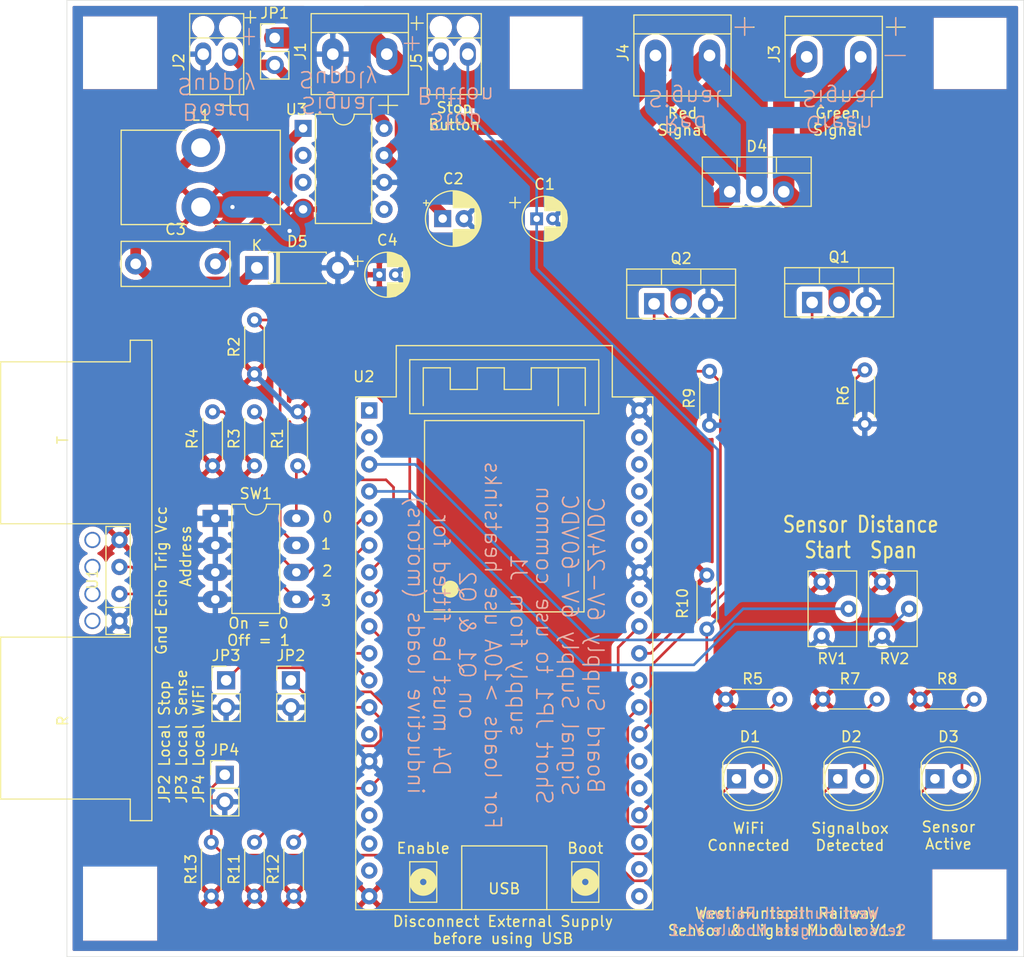
<source format=kicad_pcb>
(kicad_pcb (version 20171130) (host pcbnew "(5.1.9-0-10_14)")
  (title_block (date 2021-08-01) (rev 1.1))
  (layers (0 F.Cu signal) (31 B.Cu signal) (34 B.Paste user) (35 F.Paste user) (36 B.SilkS user) (37 F.SilkS user) (38 B.Mask user) (39 F.Mask user) (44 Edge.Cuts user))
  (net 0 "")
  (net 1 Stop)
  (net 2 GND)
  (net 3 "/5V Supply/6V-24V")
  (net 4 "Net-(C3-Pad1)")
  (net 5 "Net-(C3-Pad2)")
  (net 6 +5V)
  (net 7 "Net-(D1-Pad1)")
  (net 8 "Net-(D1-Pad2)")
  (net 9 "Net-(D2-Pad2)")
  (net 10 "Net-(D2-Pad1)")
  (net 11 "Net-(D3-Pad1)")
  (net 12 "Net-(D3-Pad2)")
  (net 13 "Net-(D4-Pad3)")
  (net 14 SignalPower)
  (net 15 "Net-(D4-Pad1)")
  (net 16 "Net-(JP2-Pad1)")
  (net 17 "Net-(JP3-Pad1)")
  (net 18 "Net-(R1-Pad2)")
  (net 19 "Net-(R2-Pad2)")
  (net 20 "Net-(R3-Pad2)")
  (net 21 "Net-(R4-Pad2)")
  (net 22 "Net-(U1-Pad2)")
  (net 23 "Net-(U1-Pad3)")
  (net 24 "Net-(Q1-Pad1)")
  (net 25 "Net-(Q2-Pad1)")
  (net 26 "Net-(U2-Pad1)")
  (net 27 "Net-(U2-Pad2)")
  (net 28 "Net-(U2-Pad16)")
  (net 29 "Net-(U2-Pad17)")
  (net 30 "Net-(U2-Pad18)")
  (net 31 "Net-(U2-Pad20)")
  (net 32 "Net-(U2-Pad21)")
  (net 33 "Net-(U2-Pad22)")
  (net 34 "Net-(U2-Pad31)")
  (net 35 "Net-(U2-Pad33)")
  (net 36 "Net-(U2-Pad34)")
  (net 37 "Net-(U2-Pad35)")
  (net 38 "Net-(U2-Pad36)")
  (net 39 "Net-(U2-Pad37)")
  (net 40 "Net-(U3-Pad3)")
  (net 41 "Net-(U3-Pad2)")
  (net 42 "Net-(U3-Pad5)")
  (net 43 "Net-(U2-Pad13)")
  (net 44 lWiFi)
  (net 45 "Net-(RV1-Pad2)")
  (net 46 "Net-(RV2-Pad2)")
  (net 47 "Net-(U2-Pad25)")
  (net 48 "Net-(U2-Pad24)")
  (module Sensor_Distance:HC-SR04 (layer F.Cu) (at 104.902 101.6 90)
    (fp_text reference U1 (at 0.127 0 90) (layer F.SilkS))
    (fp_text value HC-SR04)
    (fp_text user "Gnd Echo Trig Vcc" (at 0 6.477 90) (layer F.SilkS))
    (fp_text user T (at 13.208 -2.794 90) (layer F.SilkS))
    (fp_text user R (at -13.208 -2.794 90) (layer F.SilkS))
    (pad "" np_thru_hole circle (at 3.81 0 90) (size 1.524 1.524) (drill 1.2) (layers *.Cu *.Mask))
    (pad "" np_thru_hole circle (at 1.27 0 90) (size 1.524 1.524) (drill 1.2) (layers *.Cu *.Mask))
    (pad "" np_thru_hole circle (at -1.27 0 90) (size 1.524 1.524) (drill 1.2) (layers *.Cu *.Mask))
    (pad "" np_thru_hole circle (at -3.81 0 90) (size 1.524 1.524) (drill 1.2) (layers *.Cu *.Mask))
    (pad 1 thru_hole circle (at -3.81 2.54 90) (size 1.524 1.524) (drill 0.762) (layers *.Cu *.Mask) (net 2 GND))
    (pad 4 thru_hole circle (at 3.81 2.54 90) (size 1.524 1.524) (drill 0.762) (layers *.Cu *.Mask) (net 6 +5V))
    (pad 3 thru_hole circle (at 1.27 2.54 90) (size 1.524 1.524) (drill 0.762) (layers *.Cu *.Mask) (net 23 "Net-(U1-Pad3)"))
    (pad 2 thru_hole circle (at -1.27 2.54 90) (size 1.524 1.524) (drill 0.762) (layers *.Cu *.Mask) (net 22 "Net-(U1-Pad2)"))
  )
  (module Connector:2WayTerminalStrip_5mm (layer F.Cu) (at 178.435 51.054)
    (fp_text reference J3 (at -9.398 1.016 90) (layer F.SilkS))
    (fp_text value "Green Signal")
    (pad 1 thru_hole oval (at -6.35 1.27) (size 2 3) (drill 1.1) (layers *.Cu *.Mask) (net 13 "Net-(D4-Pad3)"))
    (pad 2 thru_hole oval (at -1.27 1.27) (size 2 3) (drill 1.1) (layers *.Cu *.Mask) (net 14 SignalPower))
  )
  (module Potentiometer_THT:Potentiometer_TT_M64W (layer F.Cu) (at 181.712 104.267)
    (fp_text reference RV2 (at -1.372 4.699) (layer F.SilkS))
    (fp_text value 10K)
    (pad 3 thru_hole circle (at -2.54 2.54) (size 1.524 1.524) (drill 0.762) (layers *.Cu *.Mask) (net 2 GND))
    (pad 2 thru_hole circle (at 0 0) (size 1.524 1.524) (drill 0.762) (layers *.Cu *.Mask) (net 46 "Net-(RV2-Pad2)"))
    (pad 1 thru_hole circle (at -2.54 -2.54) (size 1.524 1.524) (drill 0.762) (layers *.Cu *.Mask) (net 6 +5V))
  )
  (module Potentiometer_THT:Potentiometer_TT_M64W (layer F.Cu) (at 176.022 104.267)
    (fp_text reference RV1 (at -1.524 4.699) (layer F.SilkS))
    (fp_text value 10K)
    (pad 3 thru_hole circle (at -2.54 2.54) (size 1.524 1.524) (drill 0.762) (layers *.Cu *.Mask) (net 2 GND))
    (pad 2 thru_hole circle (at 0 0) (size 1.524 1.524) (drill 0.762) (layers *.Cu *.Mask) (net 45 "Net-(RV1-Pad2)"))
    (pad 1 thru_hole circle (at -2.54 -2.54) (size 1.524 1.524) (drill 0.762) (layers *.Cu *.Mask) (net 6 +5V))
  )
  (module Capacitor_THT:C_Radial_D4.0mm_H7.0mm_P1.50mm (layer F.Cu) (at 146.685 67.564)
    (fp_text reference C1 (at 0.75 -3.25) (layer F.SilkS))
    (fp_text value 68uF)
    (pad 2 thru_hole circle (at 1.5 0) (size 1.2 1.2) (drill 0.6) (layers *.Cu *.Mask) (net 2 GND))
    (pad 1 thru_hole rect (at 0 0) (size 1.2 1.2) (drill 0.6) (layers *.Cu *.Mask) (net 1 Stop))
  )
  (module Capacitor_THT:C_Radial_D4.0mm_H7.0mm_P1.50mm (layer F.Cu) (at 131.887001 72.829001)
    (fp_text reference C4 (at 0.75 -3.25) (layer F.SilkS))
    (fp_text value 68uF)
    (pad 2 thru_hole circle (at 1.5 0) (size 1.2 1.2) (drill 0.6) (layers *.Cu *.Mask) (net 2 GND))
    (pad 1 thru_hole rect (at 0 0) (size 1.2 1.2) (drill 0.6) (layers *.Cu *.Mask) (net 6 +5V))
  )
  (module "Pauls Parts:2WayScrewTerminal_2.54" (layer F.Cu) (at 141.478 50.8)
    (fp_text reference J5 (at -6.096 2.032 90) (layer F.SilkS))
    (fp_text value "Manual Stop")
    (pad "" np_thru_hole circle (at -3.81 -1.27) (size 1.1 1.1) (drill 1.1) (layers *.Mask B.Cu))
    (pad 1 thru_hole oval (at -3.81 1.27) (size 1.5 2.2) (drill 1.1) (layers *.Cu *.Mask) (net 2 GND))
    (pad "" np_thru_hole circle (at -1.27 -1.27) (size 1.1 1.1) (drill 1.1) (layers *.Mask B.Cu))
    (pad 2 thru_hole oval (at -1.27 1.27) (size 1.5 2.2) (drill 1.1) (layers *.Cu *.Mask) (net 1 Stop))
  )
  (module "Pauls Parts:2WayScrewTerminal_2.54" (layer F.Cu) (at 119.126 50.8)
    (fp_text reference J2 (at -6.096 2.032 90) (layer F.SilkS))
    (fp_text value "Board Power")
    (pad "" np_thru_hole circle (at -3.81 -1.27) (size 1.1 1.1) (drill 1.1) (layers *.Mask B.Cu))
    (pad 1 thru_hole oval (at -3.81 1.27) (size 1.5 2.2) (drill 1.1) (layers *.Cu *.Mask) (net 2 GND))
    (pad "" np_thru_hole circle (at -1.27 -1.27) (size 1.1 1.1) (drill 1.1) (layers *.Mask B.Cu))
    (pad 2 thru_hole oval (at -1.27 1.27) (size 1.5 2.2) (drill 1.1) (layers *.Cu *.Mask) (net 3 "/5V Supply/6V-24V"))
  )
  (module Package_DIP:DIP-8_W7.62mm (layer F.Cu) (at 124.714 59.055)
    (fp_text reference U3 (at -0.635 -1.778) (layer F.SilkS))
    (fp_text value LM2675N-5)
    (pad 8 thru_hole oval (at 7.62 0) (size 1.6 1.6) (drill 0.8) (layers *.Cu *.Mask) (net 4 "Net-(C3-Pad1)"))
    (pad 4 thru_hole oval (at 0 7.62) (size 1.6 1.6) (drill 0.8) (layers *.Cu *.Mask) (net 6 +5V))
    (pad 7 thru_hole oval (at 7.62 2.54) (size 1.6 1.6) (drill 0.8) (layers *.Cu *.Mask) (net 3 "/5V Supply/6V-24V"))
    (pad 3 thru_hole oval (at 0 5.08) (size 1.6 1.6) (drill 0.8) (layers *.Cu *.Mask) (net 40 "Net-(U3-Pad3)"))
    (pad 6 thru_hole oval (at 7.62 5.08) (size 1.6 1.6) (drill 0.8) (layers *.Cu *.Mask) (net 2 GND))
    (pad 2 thru_hole oval (at 0 2.54) (size 1.6 1.6) (drill 0.8) (layers *.Cu *.Mask) (net 41 "Net-(U3-Pad2)"))
    (pad 5 thru_hole oval (at 7.62 7.62) (size 1.6 1.6) (drill 0.8) (layers *.Cu *.Mask) (net 42 "Net-(U3-Pad5)"))
    (pad 1 thru_hole rect (at 0 0) (size 1.6 1.6) (drill 0.8) (layers *.Cu *.Mask) (net 5 "Net-(C3-Pad2)"))
  )
  (module Connector:2WayTerminalStrip_5mm (layer F.Cu) (at 164.211 50.927)
    (fp_text reference J4 (at -9.398 1.016 90) (layer F.SilkS))
    (fp_text value "Red Signal")
    (pad 1 thru_hole oval (at -6.35 1.27) (size 2 3) (drill 1.1) (layers *.Cu *.Mask) (net 15 "Net-(D4-Pad1)"))
    (pad 2 thru_hole oval (at -1.27 1.27) (size 2 3) (drill 1.1) (layers *.Cu *.Mask) (net 14 SignalPower))
  )
  (module Connector:2WayTerminalStrip_5mm (layer F.Cu) (at 133.858 50.8)
    (fp_text reference J1 (at -9.398 1.016 90) (layer F.SilkS))
    (fp_text value "Signal Power")
    (pad 1 thru_hole oval (at -6.35 1.27) (size 2 3) (drill 1.1) (layers *.Cu *.Mask) (net 2 GND))
    (pad 2 thru_hole oval (at -1.27 1.27) (size 2 3) (drill 1.1) (layers *.Cu *.Mask) (net 14 SignalPower))
  )
  (module ESP32_DevKit_V4:esp32_devkit_v4 (layer F.Cu) (at 143.637 85.598)
    (fp_text reference U2 (at -13.208 -3.175) (layer F.SilkS))
    (fp_text value ESP32_DevKit_V4)
    (fp_text user Enable (at -7.62 41.204) (layer F.SilkS))
    (fp_text user Boot (at 7.62 41.204) (layer F.SilkS))
    (fp_text user USB (at 0 45.014) (layer F.SilkS))
    (pad 38 thru_hole circle (at 12.7 0) (size 1.524 1.524) (drill 0.762) (layers *.Cu *.Mask) (net 2 GND))
    (pad 37 thru_hole circle (at 12.7 2.54) (size 1.524 1.524) (drill 0.762) (layers *.Cu *.Mask) (net 39 "Net-(U2-Pad37)"))
    (pad 36 thru_hole circle (at 12.7 5.08) (size 1.524 1.524) (drill 0.762) (layers *.Cu *.Mask) (net 38 "Net-(U2-Pad36)"))
    (pad 35 thru_hole circle (at 12.7 7.62) (size 1.524 1.524) (drill 0.762) (layers *.Cu *.Mask) (net 37 "Net-(U2-Pad35)"))
    (pad 34 thru_hole circle (at 12.7 10.16) (size 1.524 1.524) (drill 0.762) (layers *.Cu *.Mask) (net 36 "Net-(U2-Pad34)"))
    (pad 33 thru_hole circle (at 12.7 12.7) (size 1.524 1.524) (drill 0.762) (layers *.Cu *.Mask) (net 35 "Net-(U2-Pad33)"))
    (pad 32 thru_hole circle (at 12.7 15.24) (size 1.524 1.524) (drill 0.762) (layers *.Cu *.Mask) (net 2 GND))
    (pad 31 thru_hole circle (at 12.7 17.78) (size 1.524 1.524) (drill 0.762) (layers *.Cu *.Mask) (net 34 "Net-(U2-Pad31)"))
    (pad 30 thru_hole circle (at 12.7 20.32) (size 1.524 1.524) (drill 0.762) (layers *.Cu *.Mask) (net 11 "Net-(D3-Pad1)"))
    (pad 29 thru_hole circle (at 12.7 22.86) (size 1.524 1.524) (drill 0.762) (layers *.Cu *.Mask) (net 25 "Net-(Q2-Pad1)"))
    (pad 28 thru_hole circle (at 12.7 25.4) (size 1.524 1.524) (drill 0.762) (layers *.Cu *.Mask) (net 10 "Net-(D2-Pad1)"))
    (pad 27 thru_hole circle (at 12.7 27.94) (size 1.524 1.524) (drill 0.762) (layers *.Cu *.Mask) (net 7 "Net-(D1-Pad1)"))
    (pad 26 thru_hole circle (at 12.7 30.48) (size 1.524 1.524) (drill 0.762) (layers *.Cu *.Mask) (net 24 "Net-(Q1-Pad1)"))
    (pad 25 thru_hole circle (at 12.7 33.02) (size 1.524 1.524) (drill 0.762) (layers *.Cu *.Mask) (net 47 "Net-(U2-Pad25)"))
    (pad 24 thru_hole circle (at 12.7 35.56) (size 1.524 1.524) (drill 0.762) (layers *.Cu *.Mask) (net 48 "Net-(U2-Pad24)"))
    (pad 23 thru_hole circle (at 12.7 38.1) (size 1.524 1.524) (drill 0.762) (layers *.Cu *.Mask) (net 1 Stop))
    (pad 22 thru_hole circle (at 12.7 40.64) (size 1.524 1.524) (drill 0.762) (layers *.Cu *.Mask) (net 33 "Net-(U2-Pad22)"))
    (pad 21 thru_hole circle (at 12.7 43.18) (size 1.524 1.524) (drill 0.762) (layers *.Cu *.Mask) (net 32 "Net-(U2-Pad21)"))
    (pad 20 thru_hole circle (at 12.7 45.72) (size 1.524 1.524) (drill 0.762) (layers *.Cu *.Mask) (net 31 "Net-(U2-Pad20)"))
    (pad 19 thru_hole circle (at -12.7 45.72) (size 1.524 1.524) (drill 0.762) (layers *.Cu *.Mask) (net 6 +5V))
    (pad 18 thru_hole circle (at -12.7 43.307) (size 1.524 1.524) (drill 0.762) (layers *.Cu *.Mask) (net 30 "Net-(U2-Pad18)"))
    (pad 17 thru_hole circle (at -12.7 40.767) (size 1.524 1.524) (drill 0.762) (layers *.Cu *.Mask) (net 29 "Net-(U2-Pad17)"))
    (pad 16 thru_hole circle (at -12.7 38.1) (size 1.524 1.524) (drill 0.762) (layers *.Cu *.Mask) (net 28 "Net-(U2-Pad16)"))
    (pad 15 thru_hole circle (at -12.7 35.56) (size 1.524 1.524) (drill 0.762) (layers *.Cu *.Mask) (net 17 "Net-(JP3-Pad1)"))
    (pad 14 thru_hole circle (at -12.7 33.02) (size 1.524 1.524) (drill 0.762) (layers *.Cu *.Mask) (net 2 GND))
    (pad 13 thru_hole circle (at -12.7 30.48) (size 1.524 1.524) (drill 0.762) (layers *.Cu *.Mask) (net 43 "Net-(U2-Pad13)"))
    (pad 12 thru_hole circle (at -12.7 27.94) (size 1.524 1.524) (drill 0.762) (layers *.Cu *.Mask) (net 16 "Net-(JP2-Pad1)"))
    (pad 11 thru_hole circle (at -12.7 25.4) (size 1.524 1.524) (drill 0.762) (layers *.Cu *.Mask) (net 22 "Net-(U1-Pad2)"))
    (pad 10 thru_hole circle (at -12.7 22.86) (size 1.524 1.524) (drill 0.762) (layers *.Cu *.Mask) (net 23 "Net-(U1-Pad3)"))
    (pad 9 thru_hole circle (at -12.7 20.32) (size 1.524 1.524) (drill 0.762) (layers *.Cu *.Mask) (net 44 lWiFi))
    (pad 8 thru_hole circle (at -12.7 17.78) (size 1.524 1.524) (drill 0.762) (layers *.Cu *.Mask) (net 19 "Net-(R2-Pad2)"))
    (pad 7 thru_hole circle (at -12.7 15.24) (size 1.524 1.524) (drill 0.762) (layers *.Cu *.Mask) (net 18 "Net-(R1-Pad2)"))
    (pad 6 thru_hole circle (at -12.7 12.7) (size 1.524 1.524) (drill 0.762) (layers *.Cu *.Mask) (net 21 "Net-(R4-Pad2)"))
    (pad 5 thru_hole circle (at -12.7 10.16) (size 1.524 1.524) (drill 0.762) (layers *.Cu *.Mask) (net 20 "Net-(R3-Pad2)"))
    (pad 4 thru_hole circle (at -12.7 7.62) (size 1.524 1.524) (drill 0.762) (layers *.Cu *.Mask) (net 46 "Net-(RV2-Pad2)"))
    (pad 3 thru_hole circle (at -12.7 5.08) (size 1.524 1.524) (drill 0.762) (layers *.Cu *.Mask) (net 45 "Net-(RV1-Pad2)"))
    (pad 2 thru_hole circle (at -12.7 2.54) (size 1.524 1.524) (drill 0.762) (layers *.Cu *.Mask) (net 27 "Net-(U2-Pad2)"))
    (pad 1 thru_hole rect (at -12.7 0) (size 1.524 1.524) (drill 0.762) (layers *.Cu *.Mask) (net 26 "Net-(U2-Pad1)"))
  )
  (module Package_DIP:DIP_SW-8_W7.62mm_LongPads (layer F.Cu) (at 116.459 95.758)
    (fp_text reference SW1 (at 3.81 -2.33) (layer F.SilkS))
    (fp_text value Address)
    (pad 8 thru_hole oval (at 7.62 0) (size 2.4 1.6) (drill 0.8) (layers *.Cu *.Mask) (net 18 "Net-(R1-Pad2)"))
    (pad 4 thru_hole oval (at 0 7.62) (size 2.4 1.6) (drill 0.8) (layers *.Cu *.Mask) (net 2 GND))
    (pad 7 thru_hole oval (at 7.62 2.54) (size 2.4 1.6) (drill 0.8) (layers *.Cu *.Mask) (net 19 "Net-(R2-Pad2)"))
    (pad 3 thru_hole oval (at 0 5.08) (size 2.4 1.6) (drill 0.8) (layers *.Cu *.Mask) (net 2 GND))
    (pad 6 thru_hole oval (at 7.62 5.08) (size 2.4 1.6) (drill 0.8) (layers *.Cu *.Mask) (net 20 "Net-(R3-Pad2)"))
    (pad 2 thru_hole oval (at 0 2.54) (size 2.4 1.6) (drill 0.8) (layers *.Cu *.Mask) (net 2 GND))
    (pad 5 thru_hole oval (at 7.62 7.62) (size 2.4 1.6) (drill 0.8) (layers *.Cu *.Mask) (net 21 "Net-(R4-Pad2)"))
    (pad 1 thru_hole rect (at 0 0) (size 2.4 1.6) (drill 0.8) (layers *.Cu *.Mask) (net 2 GND))
  )
  (module MountingHole:MountingHole_3.2mm_M3 (layer F.Cu) (at 107.5 132)
    (fp_text reference REF** hide)
    (fp_text value MountingHole_3.2mm_M3 hide)
    (pad 1 np_thru_hole circle (at 0 0) (size 3.2 3.2) (drill 3.2) (layers *.Cu *.Mask))
  )
  (module MountingHole:MountingHole_3.2mm_M3 (layer F.Cu) (at 187.5 132)
    (fp_text reference REF** hide)
    (fp_text value MountingHole_3.2mm_M3 hide)
    (pad 1 np_thru_hole circle (at 0 0) (size 3.2 3.2) (drill 3.2) (layers *.Cu *.Mask))
  )
  (module MountingHole:MountingHole_3.2mm_M3 (layer F.Cu) (at 187.5 52)
    (fp_text reference REF** hide)
    (fp_text value MountingHole_3.2mm_M3 hide)
    (pad 1 np_thru_hole circle (at 0 0) (size 3.2 3.2) (drill 3.2) (layers *.Cu *.Mask))
  )
  (module MountingHole:MountingHole_3.2mm_M3 (layer F.Cu) (at 147.5 52)
    (fp_text reference REF** hide)
    (fp_text value MountingHole_3.2mm_M3 hide)
    (pad 1 np_thru_hole circle (at 0 0) (size 3.2 3.2) (drill 3.2) (layers *.Cu *.Mask))
  )
  (module MountingHole:MountingHole_3.2mm_M3 (layer F.Cu) (at 107.5 52)
    (fp_text reference REF** hide)
    (fp_text value MountingHole_3.2mm_M3 hide)
    (pad 1 np_thru_hole circle (at 0 0) (size 3.2 3.2) (drill 3.2) (layers *.Cu *.Mask))
  )
  (module Capacitor_THT:CP_Radial_D5.0mm_P2.00mm (layer F.Cu) (at 137.843776 67.548001)
    (fp_text reference C2 (at 1 -3.75) (layer F.SilkS))
    (fp_text value 100uF)
    (pad 1 thru_hole rect (at 0 0) (size 1.6 1.6) (drill 0.8) (layers *.Cu *.Mask) (net 3 "/5V Supply/6V-24V"))
    (pad 2 thru_hole circle (at 2 0) (size 1.6 1.6) (drill 0.8) (layers *.Cu *.Mask) (net 2 GND))
  )
  (module Capacitor_THT:C_Rect_L10.0mm_W4.0mm_P7.50mm_MKS4 (layer F.Cu) (at 108.967001 71.809001)
    (fp_text reference C3 (at 3.75 -3.25) (layer F.SilkS))
    (fp_text value 10nF)
    (pad 1 thru_hole circle (at 0 0) (size 2 2) (drill 1) (layers *.Cu *.Mask) (net 4 "Net-(C3-Pad1)"))
    (pad 2 thru_hole circle (at 7.5 0) (size 2 2) (drill 1) (layers *.Cu *.Mask) (net 5 "Net-(C3-Pad2)"))
  )
  (module LED_THT:LED_D5.0mm (layer F.Cu) (at 165.481 120.269)
    (fp_text reference D1 (at 1.27 -3.96) (layer F.SilkS))
    (fp_text value Yellow)
    (pad 1 thru_hole rect (at 0 0) (size 1.8 1.8) (drill 0.9) (layers *.Cu *.Mask) (net 7 "Net-(D1-Pad1)"))
    (pad 2 thru_hole circle (at 2.54 0) (size 1.8 1.8) (drill 0.9) (layers *.Cu *.Mask) (net 8 "Net-(D1-Pad2)"))
  )
  (module LED_THT:LED_D5.0mm (layer F.Cu) (at 175.006 120.269)
    (fp_text reference D2 (at 1.27 -3.96) (layer F.SilkS))
    (fp_text value Green)
    (pad 2 thru_hole circle (at 2.54 0) (size 1.8 1.8) (drill 0.9) (layers *.Cu *.Mask) (net 9 "Net-(D2-Pad2)"))
    (pad 1 thru_hole rect (at 0 0) (size 1.8 1.8) (drill 0.9) (layers *.Cu *.Mask) (net 10 "Net-(D2-Pad1)"))
  )
  (module LED_THT:LED_D5.0mm (layer F.Cu) (at 184.15 120.269)
    (fp_text reference D3 (at 1.27 -3.96) (layer F.SilkS))
    (fp_text value Red)
    (pad 1 thru_hole rect (at 0 0) (size 1.8 1.8) (drill 0.9) (layers *.Cu *.Mask) (net 11 "Net-(D3-Pad1)"))
    (pad 2 thru_hole circle (at 2.54 0) (size 1.8 1.8) (drill 0.9) (layers *.Cu *.Mask) (net 12 "Net-(D3-Pad2)"))
  )
  (module Package_TO_SOT_THT:TO-220-3_Vertical (layer F.Cu) (at 164.846 65.024)
    (fp_text reference D4 (at 2.54 -4.27) (layer F.SilkS))
    (fp_text value DSSK50-01A)
    (pad 3 thru_hole oval (at 5.08 0) (size 1.905 2) (drill 1.1) (layers *.Cu *.Mask) (net 13 "Net-(D4-Pad3)"))
    (pad 2 thru_hole oval (at 2.54 0) (size 1.905 2) (drill 1.1) (layers *.Cu *.Mask) (net 14 SignalPower))
    (pad 1 thru_hole rect (at 0 0) (size 1.905 2) (drill 1.1) (layers *.Cu *.Mask) (net 15 "Net-(D4-Pad1)"))
  )
  (module Diode_THT:D_DO-41_SOD81_P7.62mm_Horizontal (layer F.Cu) (at 120.367001 72.179001)
    (fp_text reference D5 (at 3.81 -2.47) (layer F.SilkS))
    (fp_text value 1N5819RL)
    (fp_text user K (at 0 -2.1) (layer F.SilkS))
    (pad 1 thru_hole rect (at 0 0) (size 2.2 2.2) (drill 1.1) (layers *.Cu *.Mask) (net 4 "Net-(C3-Pad1)"))
    (pad 2 thru_hole oval (at 7.62 0) (size 2.2 2.2) (drill 1.1) (layers *.Cu *.Mask) (net 2 GND))
  )
  (module Connector_PinHeader_2.54mm:PinHeader_1x02_P2.54mm_Vertical (layer F.Cu) (at 122.047 50.546)
    (fp_text reference JP1 (at 0 -2.33) (layer F.SilkS))
    (fp_text value Jumper)
    (pad 2 thru_hole oval (at 0 2.54) (size 1.7 1.7) (drill 1) (layers *.Cu *.Mask) (net 3 "/5V Supply/6V-24V"))
    (pad 1 thru_hole rect (at 0 0) (size 1.7 1.7) (drill 1) (layers *.Cu *.Mask) (net 14 SignalPower))
  )
  (module Connector_PinHeader_2.54mm:PinHeader_1x02_P2.54mm_Vertical (layer F.Cu) (at 123.571 110.998)
    (fp_text reference JP2 (at 0 -2.33) (layer F.SilkS))
    (fp_text value "Local Stop")
    (pad 1 thru_hole rect (at 0 0) (size 1.7 1.7) (drill 1) (layers *.Cu *.Mask) (net 16 "Net-(JP2-Pad1)"))
    (pad 2 thru_hole oval (at 0 2.54) (size 1.7 1.7) (drill 1) (layers *.Cu *.Mask) (net 2 GND))
  )
  (module Connector_PinHeader_2.54mm:PinHeader_1x02_P2.54mm_Vertical (layer F.Cu) (at 117.475 110.998)
    (fp_text reference JP3 (at 0 -2.33) (layer F.SilkS))
    (fp_text value "Local Sense")
    (pad 2 thru_hole oval (at 0 2.54) (size 1.7 1.7) (drill 1) (layers *.Cu *.Mask) (net 2 GND))
    (pad 1 thru_hole rect (at 0 0) (size 1.7 1.7) (drill 1) (layers *.Cu *.Mask) (net 17 "Net-(JP3-Pad1)"))
  )
  (module Connector_PinHeader_2.54mm:PinHeader_1x02_P2.54mm_Vertical (layer F.Cu) (at 117.348 119.888)
    (fp_text reference JP4 (at 0 -2.33) (layer F.SilkS))
    (fp_text value "Local WiFi")
    (pad 1 thru_hole rect (at 0 0) (size 1.7 1.7) (drill 1) (layers *.Cu *.Mask) (net 44 lWiFi))
    (pad 2 thru_hole oval (at 0 2.54) (size 1.7 1.7) (drill 1) (layers *.Cu *.Mask) (net 2 GND))
  )
  (module Inductor_THT:L_Toroid_Vertical_L14.7mm_W8.6mm_P5.58mm_Pulse_KM-1 (layer F.Cu) (at 115.087001 60.879001)
    (fp_text reference L1 (at 0 -3.05) (layer F.SilkS))
    (fp_text value 47uH)
    (pad 1 thru_hole circle (at 0 0) (size 3.6 3.6) (drill 1.8) (layers *.Cu *.Mask) (net 4 "Net-(C3-Pad1)"))
    (pad 2 thru_hole circle (at 0 5.58) (size 3.6 3.6) (drill 1.8) (layers *.Cu *.Mask) (net 6 +5V))
  )
  (module Package_TO_SOT_THT:TO-220-3_Vertical (layer F.Cu) (at 172.593 75.438)
    (fp_text reference Q1 (at 2.54 -4.27) (layer F.SilkS))
    (fp_text value RFP50N06LE)
    (pad 1 thru_hole rect (at 0 0) (size 1.905 2) (drill 1.1) (layers *.Cu *.Mask) (net 24 "Net-(Q1-Pad1)"))
    (pad 2 thru_hole oval (at 2.54 0) (size 1.905 2) (drill 1.1) (layers *.Cu *.Mask) (net 13 "Net-(D4-Pad3)"))
    (pad 3 thru_hole oval (at 5.08 0) (size 1.905 2) (drill 1.1) (layers *.Cu *.Mask) (net 2 GND))
  )
  (module Package_TO_SOT_THT:TO-220-3_Vertical (layer F.Cu) (at 157.734 75.565)
    (fp_text reference Q2 (at 2.54 -4.27) (layer F.SilkS))
    (fp_text value RFP50N06LE)
    (pad 1 thru_hole rect (at 0 0) (size 1.905 2) (drill 1.1) (layers *.Cu *.Mask) (net 25 "Net-(Q2-Pad1)"))
    (pad 2 thru_hole oval (at 2.54 0) (size 1.905 2) (drill 1.1) (layers *.Cu *.Mask) (net 15 "Net-(D4-Pad1)"))
    (pad 3 thru_hole oval (at 5.08 0) (size 1.905 2) (drill 1.1) (layers *.Cu *.Mask) (net 2 GND))
  )
  (module Resistor_THT:R_Axial_DIN0204_L3.6mm_D1.6mm_P5.08mm_Horizontal (layer F.Cu) (at 124.206 85.725 270)
    (fp_text reference R1 (at 2.54 1.905 90) (layer F.SilkS))
    (fp_text value 10K)
    (pad 1 thru_hole circle (at 0 0 270) (size 1.4 1.4) (drill 0.7) (layers *.Cu *.Mask) (net 6 +5V))
    (pad 2 thru_hole oval (at 5.08 0 270) (size 1.4 1.4) (drill 0.7) (layers *.Cu *.Mask) (net 18 "Net-(R1-Pad2)"))
  )
  (module Resistor_THT:R_Axial_DIN0204_L3.6mm_D1.6mm_P5.08mm_Horizontal (layer F.Cu) (at 120.142 82.169 90)
    (fp_text reference R2 (at 2.54 -1.92 90) (layer F.SilkS))
    (fp_text value 10K)
    (pad 2 thru_hole oval (at 5.08 0 90) (size 1.4 1.4) (drill 0.7) (layers *.Cu *.Mask) (net 19 "Net-(R2-Pad2)"))
    (pad 1 thru_hole circle (at 0 0 90) (size 1.4 1.4) (drill 0.7) (layers *.Cu *.Mask) (net 6 +5V))
  )
  (module Resistor_THT:R_Axial_DIN0204_L3.6mm_D1.6mm_P5.08mm_Horizontal (layer F.Cu) (at 120.142 90.805 90)
    (fp_text reference R3 (at 2.54 -1.92 90) (layer F.SilkS))
    (fp_text value 10K)
    (pad 1 thru_hole circle (at 0 0 90) (size 1.4 1.4) (drill 0.7) (layers *.Cu *.Mask) (net 6 +5V))
    (pad 2 thru_hole oval (at 5.08 0 90) (size 1.4 1.4) (drill 0.7) (layers *.Cu *.Mask) (net 20 "Net-(R3-Pad2)"))
  )
  (module Resistor_THT:R_Axial_DIN0204_L3.6mm_D1.6mm_P5.08mm_Horizontal (layer F.Cu) (at 116.205 90.805 90)
    (fp_text reference R4 (at 2.54 -1.92 90) (layer F.SilkS))
    (fp_text value 10K)
    (pad 2 thru_hole oval (at 5.08 0 90) (size 1.4 1.4) (drill 0.7) (layers *.Cu *.Mask) (net 21 "Net-(R4-Pad2)"))
    (pad 1 thru_hole circle (at 0 0 90) (size 1.4 1.4) (drill 0.7) (layers *.Cu *.Mask) (net 6 +5V))
  )
  (module Resistor_THT:R_Axial_DIN0204_L3.6mm_D1.6mm_P5.08mm_Horizontal (layer F.Cu) (at 164.465 112.776)
    (fp_text reference R5 (at 2.54 -1.92) (layer F.SilkS))
    (fp_text value 1K2)
    (pad 2 thru_hole oval (at 5.08 0) (size 1.4 1.4) (drill 0.7) (layers *.Cu *.Mask) (net 8 "Net-(D1-Pad2)"))
    (pad 1 thru_hole circle (at 0 0) (size 1.4 1.4) (drill 0.7) (layers *.Cu *.Mask) (net 6 +5V))
  )
  (module Resistor_THT:R_Axial_DIN0204_L3.6mm_D1.6mm_P5.08mm_Horizontal (layer F.Cu) (at 177.546 81.788 270)
    (fp_text reference R6 (at 2.413 2.032 90) (layer F.SilkS))
    (fp_text value 10K)
    (pad 2 thru_hole oval (at 5.08 0 270) (size 1.4 1.4) (drill 0.7) (layers *.Cu *.Mask) (net 2 GND))
    (pad 1 thru_hole circle (at 0 0 270) (size 1.4 1.4) (drill 0.7) (layers *.Cu *.Mask) (net 24 "Net-(Q1-Pad1)"))
  )
  (module Resistor_THT:R_Axial_DIN0204_L3.6mm_D1.6mm_P5.08mm_Horizontal (layer F.Cu) (at 173.609 112.776)
    (fp_text reference R7 (at 2.54 -1.92) (layer F.SilkS))
    (fp_text value 470R)
    (pad 2 thru_hole oval (at 5.08 0) (size 1.4 1.4) (drill 0.7) (layers *.Cu *.Mask) (net 9 "Net-(D2-Pad2)"))
    (pad 1 thru_hole circle (at 0 0) (size 1.4 1.4) (drill 0.7) (layers *.Cu *.Mask) (net 6 +5V))
  )
  (module Resistor_THT:R_Axial_DIN0204_L3.6mm_D1.6mm_P5.08mm_Horizontal (layer F.Cu) (at 182.753 112.776)
    (fp_text reference R8 (at 2.54 -1.92) (layer F.SilkS))
    (fp_text value 1K2)
    (pad 1 thru_hole circle (at 0 0) (size 1.4 1.4) (drill 0.7) (layers *.Cu *.Mask) (net 6 +5V))
    (pad 2 thru_hole oval (at 5.08 0) (size 1.4 1.4) (drill 0.7) (layers *.Cu *.Mask) (net 12 "Net-(D3-Pad2)"))
  )
  (module Resistor_THT:R_Axial_DIN0204_L3.6mm_D1.6mm_P5.08mm_Horizontal (layer F.Cu) (at 162.941 81.915 270)
    (fp_text reference R9 (at 2.54 1.905 90) (layer F.SilkS))
    (fp_text value 10K)
    (pad 1 thru_hole circle (at 0 0 270) (size 1.4 1.4) (drill 0.7) (layers *.Cu *.Mask) (net 25 "Net-(Q2-Pad1)"))
    (pad 2 thru_hole oval (at 5.08 0 270) (size 1.4 1.4) (drill 0.7) (layers *.Cu *.Mask) (net 2 GND))
  )
  (module Resistor_THT:R_Axial_DIN0204_L3.6mm_D1.6mm_P5.08mm_Horizontal (layer F.Cu) (at 162.687 101.092 270)
    (fp_text reference R10 (at 2.667 2.286 90) (layer F.SilkS))
    (fp_text value 470R)
    (pad 1 thru_hole circle (at 0 0 270) (size 1.4 1.4) (drill 0.7) (layers *.Cu *.Mask) (net 6 +5V))
    (pad 2 thru_hole oval (at 5.08 0 270) (size 1.4 1.4) (drill 0.7) (layers *.Cu *.Mask) (net 1 Stop))
  )
  (module Resistor_THT:R_Axial_DIN0204_L3.6mm_D1.6mm_P5.08mm_Horizontal (layer F.Cu) (at 120.142 131.318 90)
    (fp_text reference R11 (at 2.54 -1.92 90) (layer F.SilkS))
    (fp_text value 10K)
    (pad 1 thru_hole circle (at 0 0 90) (size 1.4 1.4) (drill 0.7) (layers *.Cu *.Mask) (net 6 +5V))
    (pad 2 thru_hole oval (at 5.08 0 90) (size 1.4 1.4) (drill 0.7) (layers *.Cu *.Mask) (net 16 "Net-(JP2-Pad1)"))
  )
  (module Resistor_THT:R_Axial_DIN0204_L3.6mm_D1.6mm_P5.08mm_Horizontal (layer F.Cu) (at 123.825 131.318 90)
    (fp_text reference R12 (at 2.54 -1.92 90) (layer F.SilkS))
    (fp_text value 10K)
    (pad 2 thru_hole oval (at 5.08 0 90) (size 1.4 1.4) (drill 0.7) (layers *.Cu *.Mask) (net 17 "Net-(JP3-Pad1)"))
    (pad 1 thru_hole circle (at 0 0 90) (size 1.4 1.4) (drill 0.7) (layers *.Cu *.Mask) (net 6 +5V))
  )
  (module Resistor_THT:R_Axial_DIN0204_L3.6mm_D1.6mm_P5.08mm_Horizontal (layer F.Cu) (at 116.078 131.318 90)
    (fp_text reference R13 (at 2.54 -1.92 90) (layer F.SilkS))
    (fp_text value 10K)
    (pad 1 thru_hole circle (at 0 0 90) (size 1.4 1.4) (drill 0.7) (layers *.Cu *.Mask) (net 6 +5V))
    (pad 2 thru_hole oval (at 5.08 0 90) (size 1.4 1.4) (drill 0.7) (layers *.Cu *.Mask) (net 44 lWiFi))
  )
  (gr_line (start 179.451 52.197) (end 181.356 52.197) (layer B.SilkS) (width 0.12))
  (gr_line (start 180.467 50.292) (end 180.467 48.641) (layer B.SilkS) (width 0.12))
  (gr_line (start 166.243 50.292) (end 166.243 48.768) (layer B.SilkS) (width 0.12))
  (gr_line (start 165.354 49.53) (end 167.005 49.53) (layer B.SilkS) (width 0.12))
  (gr_line (start 119.126 50.419) (end 120.142 50.419) (layer B.SilkS) (width 0.12))
  (gr_line (start 119.634 51.181) (end 119.634 49.657) (layer B.SilkS) (width 0.12))
  (gr_line (start 135.001 51.689) (end 135.001 50.419) (layer B.SilkS) (width 0.12))
  (gr_line (start 134.239 51.054) (end 135.636 51.054) (layer B.SilkS) (width 0.12))
  (gr_line (start 119.253 48.641) (end 120.269 48.641) (layer F.SilkS) (width 0.12))
  (gr_line (start 119.761 48.006) (end 119.761 49.149) (layer F.SilkS) (width 0.12))
  (gr_line (start 131.826 56.896) (end 133.604 56.896) (layer F.SilkS) (width 0.12))
  (gr_line (start 132.715 56.007) (end 132.715 57.658) (layer F.SilkS) (width 0.12))
  (gr_line (start 116.967 56.896) (end 118.745 56.896) (layer F.SilkS) (width 0.12))
  (gr_line (start 117.856 56.007) (end 117.856 57.658) (layer F.SilkS) (width 0.12))
  (gr_line (start 134.874 49.149) (end 136.017 49.149) (layer F.SilkS) (width 0.12))
  (gr_line (start 135.382 48.514) (end 135.382 49.784) (layer F.SilkS) (width 0.12))
  (gr_line (start 179.578 49.53) (end 181.356 49.53) (layer F.SilkS) (width 0.12))
  (gr_line (start 180.467 48.641) (end 180.467 50.292) (layer F.SilkS) (width 0.12))
  (gr_line (start 166.243 48.641) (end 166.243 50.292) (layer F.SilkS) (width 0.12))
  (gr_line (start 165.354 49.53) (end 167.132 49.53) (layer F.SilkS) (width 0.12))
  (gr_text "Sensor Distance\nStart  Span" (at 177.165 97.536) (layer F.SilkS) (effects (font (size 1.5 1.2) (thickness 0.2))))
  (gr_text 3 (at 126.873 103.505) (layer F.SilkS) (effects (font (size 1 1))))
  (gr_text 2 (at 127 100.711) (layer F.SilkS) (effects (font (size 1 1))))
  (gr_text 1 (at 126.873 98.171) (layer F.SilkS) (effects (font (size 1 1))))
  (gr_text 0 (at 127 95.631) (layer F.SilkS) (effects (font (size 1 1))))
  (gr_text "Board Supply 6V-24VDC\nSignal Supply 6V-60VDC\nShort JP1 to use common\nsupply from J1\nFor loads >10A use heatsinks\non Q1 & Q2\nD4 must be fitted for\ninductive loads (motors)" (at 143.764 107.696 -90) (layer B.SilkS) (effects (font (size 1.5 1.5)) (justify mirror)))
  (gr_text "Board\nSupply" (at 116.586 56.261 180) (layer B.SilkS) (effects (font (size 1.5 1.5)) (justify mirror)))
  (gr_text "Signal\nSupply" (at 128.016 55.626 180) (layer B.SilkS) (effects (font (size 1.5 1.5)) (justify mirror)))
  (gr_text "Stop\nButton" (at 139.065 57.15 180) (layer B.SilkS) (effects (font (size 1.5 1.5)) (justify mirror)))
  (gr_text "Red\nSignal" (at 160.655 57.404 180) (layer B.SilkS) (effects (font (size 1.5 1.5)) (justify mirror)))
  (gr_text "Green\nSignal" (at 175.133 57.404 180) (layer B.SilkS) (effects (font (size 1.5 1.5)) (justify mirror)))
  (gr_text "West Huntspill Railway\nSensor & Lights Module V1.1" (at 170.307 133.731) (layer B.SilkS) (effects (font (size 1 1)) (justify mirror)))
  (gr_text "JP2 Local Stop\nJP3 Local Sense\nJP4 Local WiFi" (at 113.284 122.682 90) (layer F.SilkS) (effects (font (size 1 1)) (justify left)))
  (gr_text "On = 0\nOff = 1" (at 120.523 106.426) (layer F.SilkS) (effects (font (size 1 1))))
  (gr_text Address (at 113.665 99.314 90) (layer F.SilkS) (effects (font (size 1 1))))
  (gr_text "Sensor\nActive" (at 185.42 125.603) (layer F.SilkS) (effects (font (size 1 1))))
  (gr_text "Signalbox\nDetected" (at 176.149 125.73) (layer F.SilkS) (effects (font (size 1 1))))
  (gr_text "WiFi\nConnected" (at 166.624 125.73) (layer F.SilkS) (effects (font (size 1 1))))
  (gr_text "Red\nSignal" (at 160.401 58.42) (layer F.SilkS) (effects (font (size 1 1))))
  (gr_text "Green\nSignal" (at 175.006 58.42) (layer F.SilkS) (effects (font (size 1 1))))
  (gr_text "Stop\nButton" (at 138.938 57.912) (layer F.SilkS) (effects (font (size 1 1))))
  (gr_text "Disconnect External Supply\nbefore using USB" (at 143.51 134.493) (layer F.SilkS) (effects (font (size 1 1))))
  (gr_text "West Huntspill Railway\nSensor & Lights Module V1.1" (at 170.18 133.731) (layer F.SilkS) (effects (font (size 1 1))))
  (gr_line (start 192.5 47) (end 192.5 137) (layer Edge.Cuts) (width 0.05))
  (gr_line (start 192.5 137) (end 102.5 137) (layer Edge.Cuts) (width 0.05))
  (gr_line (start 102.5 47) (end 102.5 137) (layer Edge.Cuts) (width 0.05))
  (gr_line (start 192.5 47) (end 102.5 47) (layer Edge.Cuts) (width 0.05))
  (segment (start 156.337 123.698) (end 156.337 123.577998) (width 0.25) (layer F.Cu) (net 1))
  (segment (start 162.687 117.348) (end 162.687 106.172) (width 0.25) (layer F.Cu) (net 1))
  (segment (start 156.337 123.698) (end 162.687 117.348) (width 0.25) (layer F.Cu) (net 1))
  (segment (start 146.685 72.256002) (end 146.685 67.564) (width 0.25) (layer B.Cu) (net 1))
  (segment (start 163.712001 89.283003) (end 146.685 72.256002) (width 0.25) (layer B.Cu) (net 1))
  (segment (start 163.712001 105.146999) (end 163.712001 89.283003) (width 0.25) (layer B.Cu) (net 1))
  (segment (start 162.687 106.172) (end 163.712001 105.146999) (width 0.25) (layer B.Cu) (net 1))
  (segment (start 146.685 67.564) (end 146.685 64.262) (width 0.25) (layer B.Cu) (net 1))
  (segment (start 140.208 57.785) (end 140.208 52.07) (width 0.25) (layer B.Cu) (net 1))
  (segment (start 146.685 64.262) (end 140.208 57.785) (width 0.25) (layer B.Cu) (net 1))
  (segment (start 118.872 53.086) (end 122.047 53.086) (width 1) (layer F.Cu) (net 3))
  (segment (start 117.856 52.07) (end 118.872 53.086) (width 1) (layer F.Cu) (net 3))
  (segment (start 131.204022 55.07002) (end 124.03102 55.07002) (width 1) (layer F.Cu) (net 3))
  (segment (start 124.03102 55.07002) (end 122.047 53.086) (width 1) (layer F.Cu) (net 3))
  (segment (start 133.834001 57.699999) (end 131.204022 55.07002) (width 1) (layer F.Cu) (net 3))
  (segment (start 133.834001 60.094999) (end 133.834001 57.699999) (width 1) (layer F.Cu) (net 3))
  (segment (start 132.334 61.595) (end 133.834001 60.094999) (width 1) (layer F.Cu) (net 3))
  (segment (start 137.843776 67.104776) (end 137.843776 67.548001) (width 1) (layer F.Cu) (net 3))
  (segment (start 132.334 61.595) (end 137.843776 67.104776) (width 1) (layer F.Cu) (net 3))
  (segment (start 119.037 73.509002) (end 120.367001 72.179001) (width 1) (layer F.Cu) (net 4))
  (segment (start 110.667002 73.509002) (end 119.037 73.509002) (width 1) (layer F.Cu) (net 4))
  (segment (start 108.967001 71.809001) (end 110.667002 73.509002) (width 1) (layer F.Cu) (net 4))
  (segment (start 130.833999 56.919999) (end 132.334 58.42) (width 1) (layer F.Cu) (net 4))
  (segment (start 119.046003 56.919999) (end 130.833999 56.919999) (width 1) (layer F.Cu) (net 4))
  (segment (start 115.087001 60.879001) (end 119.046003 56.919999) (width 1) (layer F.Cu) (net 4))
  (segment (start 108.967001 66.999001) (end 115.087001 60.879001) (width 1) (layer F.Cu) (net 4))
  (segment (start 108.967001 71.809001) (end 108.967001 66.999001) (width 1) (layer F.Cu) (net 4))
  (segment (start 132.334 59.055) (end 132.334 58.42) (width 1) (layer F.Cu) (net 4))
  (segment (start 123.213999 65.062003) (end 116.467001 71.809001) (width 1) (layer F.Cu) (net 5))
  (segment (start 123.213999 60.555001) (end 124.714 59.055) (width 1) (layer F.Cu) (net 5))
  (segment (start 123.213999 65.062003) (end 123.213999 60.555001) (width 1) (layer F.Cu) (net 5))
  (via (at 123.444 68.707) (size 0.8) (drill 0.4) (layers F.Cu B.Cu) (net 6))
  (segment (start 124.714 67.437) (end 123.444 68.707) (width 2) (layer F.Cu) (net 6))
  (segment (start 115.087001 66.459001) (end 116.497001 66.459001) (width 2) (layer F.Cu) (net 6))
  (segment (start 115.087001 66.459001) (end 118.071999 66.459001) (width 2) (layer F.Cu) (net 6))
  (via (at 118.071999 66.459001) (size 0.8) (drill 0.4) (layers F.Cu B.Cu) (net 6))
  (segment (start 121.196001 66.459001) (end 123.444 68.707) (width 2) (layer B.Cu) (net 6))
  (segment (start 118.071999 66.459001) (end 121.196001 66.459001) (width 2) (layer B.Cu) (net 6))
  (segment (start 124.714 66.675) (end 124.714 67.437) (width 2) (layer F.Cu) (net 6))
  (segment (start 123.698 85.725) (end 124.206 85.725) (width 0.5) (layer B.Cu) (net 6))
  (segment (start 120.142 82.169) (end 123.698 85.725) (width 0.5) (layer B.Cu) (net 6))
  (segment (start 155.449241 124.785001) (end 160.964999 124.785001) (width 0.25) (layer F.Cu) (net 7))
  (segment (start 155.249999 124.585759) (end 155.449241 124.785001) (width 0.25) (layer F.Cu) (net 7))
  (segment (start 155.249999 114.625001) (end 155.249999 124.585759) (width 0.25) (layer F.Cu) (net 7))
  (segment (start 160.964999 124.785001) (end 165.481 120.269) (width 0.25) (layer F.Cu) (net 7))
  (segment (start 156.337 113.538) (end 155.249999 114.625001) (width 0.25) (layer F.Cu) (net 7))
  (segment (start 168.021 114.3) (end 169.545 112.776) (width 0.25) (layer F.Cu) (net 8))
  (segment (start 168.021 120.269) (end 168.021 114.3) (width 0.25) (layer F.Cu) (net 8))
  (segment (start 177.546 113.919) (end 178.689 112.776) (width 0.25) (layer F.Cu) (net 9))
  (segment (start 177.546 120.269) (end 177.546 113.919) (width 0.25) (layer F.Cu) (net 9))
  (segment (start 167.949999 127.325001) (end 175.006 120.269) (width 0.25) (layer F.Cu) (net 10))
  (segment (start 155.449241 127.325001) (end 167.949999 127.325001) (width 0.25) (layer F.Cu) (net 10))
  (segment (start 154.799989 126.675749) (end 155.449241 127.325001) (width 0.25) (layer F.Cu) (net 10))
  (segment (start 154.799989 112.535011) (end 154.799989 126.675749) (width 0.25) (layer F.Cu) (net 10))
  (segment (start 156.337 110.998) (end 154.799989 112.535011) (width 0.25) (layer F.Cu) (net 10))
  (segment (start 174.553999 129.865001) (end 184.15 120.269) (width 0.25) (layer F.Cu) (net 11))
  (segment (start 155.815239 129.865001) (end 174.553999 129.865001) (width 0.25) (layer F.Cu) (net 11))
  (segment (start 154.34998 128.399742) (end 155.815239 129.865001) (width 0.25) (layer F.Cu) (net 11))
  (segment (start 154.34998 107.90502) (end 154.34998 128.399742) (width 0.25) (layer F.Cu) (net 11))
  (segment (start 156.337 105.918) (end 154.34998 107.90502) (width 0.25) (layer F.Cu) (net 11))
  (segment (start 186.69 113.919) (end 187.833 112.776) (width 0.25) (layer F.Cu) (net 12))
  (segment (start 186.69 120.269) (end 186.69 113.919) (width 0.25) (layer F.Cu) (net 12))
  (segment (start 175.133 70.231) (end 169.926 65.024) (width 2) (layer F.Cu) (net 13))
  (segment (start 175.133 75.438) (end 175.133 70.231) (width 2) (layer F.Cu) (net 13))
  (segment (start 169.926 54.483) (end 172.085 52.324) (width 2) (layer F.Cu) (net 13))
  (segment (start 169.926 65.024) (end 169.926 54.483) (width 2) (layer F.Cu) (net 13))
  (segment (start 167.386 58.039) (end 167.386 65.024) (width 2) (layer B.Cu) (net 14))
  (segment (start 122.047 50.546) (end 124.206 50.546) (width 2) (layer F.Cu) (net 14))
  (segment (start 124.206 50.546) (end 125.857 48.895) (width 2) (layer F.Cu) (net 14))
  (segment (start 129.413 48.895) (end 132.588 52.07) (width 2) (layer F.Cu) (net 14))
  (segment (start 125.857 48.895) (end 129.413 48.895) (width 2) (layer F.Cu) (net 14))
  (segment (start 162.941 53.594) (end 167.386 58.039) (width 2) (layer B.Cu) (net 14))
  (segment (start 162.941 52.197) (end 162.941 53.594) (width 2) (layer B.Cu) (net 14))
  (segment (start 177.165 52.324) (end 177.165 53.848) (width 2) (layer B.Cu) (net 14))
  (segment (start 172.974 58.039) (end 167.386 58.039) (width 2) (layer B.Cu) (net 14))
  (segment (start 177.165 53.848) (end 172.974 58.039) (width 2) (layer B.Cu) (net 14))
  (segment (start 132.588 52.07) (end 139.192 58.674) (width 2) (layer F.Cu) (net 14))
  (segment (start 156.464 58.674) (end 162.941 52.197) (width 2) (layer F.Cu) (net 14))
  (segment (start 139.192 58.674) (end 156.464 58.674) (width 2) (layer F.Cu) (net 14))
  (segment (start 160.274 69.596) (end 164.846 65.024) (width 2) (layer F.Cu) (net 15))
  (segment (start 160.274 75.565) (end 160.274 69.596) (width 2) (layer F.Cu) (net 15))
  (segment (start 164.846 65.024) (end 164.846 64.008) (width 2) (layer B.Cu) (net 15))
  (segment (start 157.861 57.023) (end 157.861 52.197) (width 2) (layer B.Cu) (net 15))
  (segment (start 164.846 64.008) (end 157.861 57.023) (width 2) (layer B.Cu) (net 15))
  (segment (start 126.111 113.538) (end 123.571 110.998) (width 0.25) (layer F.Cu) (net 16))
  (segment (start 130.937 113.538) (end 126.111 113.538) (width 0.25) (layer F.Cu) (net 16))
  (segment (start 132.024001 114.625001) (end 130.937 113.538) (width 0.25) (layer F.Cu) (net 16))
  (segment (start 131.458761 117.165001) (end 132.024001 116.599761) (width 0.25) (layer F.Cu) (net 16))
  (segment (start 132.024001 116.599761) (end 132.024001 114.625001) (width 0.25) (layer F.Cu) (net 16))
  (segment (start 129.214999 117.165001) (end 131.458761 117.165001) (width 0.25) (layer F.Cu) (net 16))
  (segment (start 120.142 126.238) (end 129.214999 117.165001) (width 0.25) (layer F.Cu) (net 16))
  (segment (start 128.905 121.158) (end 123.825 126.238) (width 0.25) (layer F.Cu) (net 17))
  (segment (start 130.937 121.158) (end 128.905 121.158) (width 0.25) (layer F.Cu) (net 17))
  (segment (start 118.650001 109.822999) (end 117.475 110.998) (width 0.25) (layer F.Cu) (net 17))
  (segment (start 124.681001 109.822999) (end 118.650001 109.822999) (width 0.25) (layer F.Cu) (net 17))
  (segment (start 126.943003 112.085001) (end 124.681001 109.822999) (width 0.25) (layer F.Cu) (net 17))
  (segment (start 132.47401 113.466248) (end 131.092763 112.085001) (width 0.25) (layer F.Cu) (net 17))
  (segment (start 131.092763 112.085001) (end 126.943003 112.085001) (width 0.25) (layer F.Cu) (net 17))
  (segment (start 132.47401 119.62099) (end 132.47401 113.466248) (width 0.25) (layer F.Cu) (net 17))
  (segment (start 130.937 121.158) (end 132.47401 119.62099) (width 0.25) (layer F.Cu) (net 17))
  (segment (start 124.079 90.932) (end 124.206 90.805) (width 0.25) (layer F.Cu) (net 18))
  (segment (start 124.079 95.758) (end 124.079 90.932) (width 0.25) (layer F.Cu) (net 18))
  (segment (start 125.531999 92.130999) (end 132.516999 92.130999) (width 0.25) (layer F.Cu) (net 18))
  (segment (start 124.206 90.805) (end 125.531999 92.130999) (width 0.25) (layer F.Cu) (net 18))
  (segment (start 132.516999 92.130999) (end 133.223 92.837) (width 0.25) (layer F.Cu) (net 18))
  (segment (start 133.223 98.552) (end 130.937 100.838) (width 0.25) (layer F.Cu) (net 18))
  (segment (start 133.223 92.837) (end 133.223 98.552) (width 0.25) (layer F.Cu) (net 18))
  (segment (start 122.55399 96.77299) (end 122.55399 79.50099) (width 0.25) (layer F.Cu) (net 19))
  (segment (start 122.55399 79.50099) (end 120.142 77.089) (width 0.25) (layer F.Cu) (net 19))
  (segment (start 124.079 98.298) (end 122.55399 96.77299) (width 0.25) (layer F.Cu) (net 19))
  (segment (start 134.747 99.568) (end 130.937 103.378) (width 0.25) (layer F.Cu) (net 19))
  (segment (start 134.747 87.298998) (end 134.747 99.568) (width 0.25) (layer F.Cu) (net 19))
  (segment (start 124.537002 77.089) (end 134.747 87.298998) (width 0.25) (layer F.Cu) (net 19))
  (segment (start 120.142 77.089) (end 124.537002 77.089) (width 0.25) (layer F.Cu) (net 19))
  (segment (start 122.10398 98.86298) (end 122.10398 87.68698) (width 0.25) (layer F.Cu) (net 20))
  (segment (start 122.10398 87.68698) (end 120.142 85.725) (width 0.25) (layer F.Cu) (net 20))
  (segment (start 124.079 100.838) (end 122.10398 98.86298) (width 0.25) (layer F.Cu) (net 20))
  (segment (start 124.079 100.838) (end 125.222 100.838) (width 0.25) (layer F.Cu) (net 20))
  (segment (start 130.302 95.758) (end 130.937 95.758) (width 0.25) (layer F.Cu) (net 20))
  (segment (start 125.222 100.838) (end 130.302 95.758) (width 0.25) (layer F.Cu) (net 20))
  (segment (start 124.079 103.378) (end 125.529 103.378) (width 0.25) (layer F.Cu) (net 21))
  (segment (start 117.194949 85.725) (end 116.205 85.725) (width 0.25) (layer F.Cu) (net 21))
  (segment (start 121.65397 90.184021) (end 117.194949 85.725) (width 0.25) (layer F.Cu) (net 21))
  (segment (start 121.65397 100.95297) (end 121.65397 90.184021) (width 0.25) (layer F.Cu) (net 21))
  (segment (start 124.079 103.378) (end 121.65397 100.95297) (width 0.25) (layer F.Cu) (net 21))
  (segment (start 124.079 103.378) (end 125.476 103.378) (width 0.25) (layer F.Cu) (net 21))
  (segment (start 130.556 98.298) (end 130.937 98.298) (width 0.25) (layer F.Cu) (net 21))
  (segment (start 125.476 103.378) (end 130.556 98.298) (width 0.25) (layer F.Cu) (net 21))
  (segment (start 127.127 107.188) (end 130.937 110.998) (width 0.25) (layer F.Cu) (net 22))
  (segment (start 114.554 107.188) (end 127.127 107.188) (width 0.25) (layer F.Cu) (net 22))
  (segment (start 110.236 102.87) (end 114.554 107.188) (width 0.25) (layer F.Cu) (net 22))
  (segment (start 107.442 102.87) (end 110.236 102.87) (width 0.25) (layer F.Cu) (net 22))
  (segment (start 107.442 100.33) (end 108.585 100.33) (width 0.25) (layer F.Cu) (net 23))
  (segment (start 108.585 100.33) (end 114.808 106.553) (width 0.25) (layer F.Cu) (net 23))
  (segment (start 114.808 106.553) (end 127.254 106.553) (width 0.25) (layer F.Cu) (net 23))
  (segment (start 129.159 108.458) (end 130.937 108.458) (width 0.25) (layer F.Cu) (net 23))
  (segment (start 127.254 106.553) (end 129.159 108.458) (width 0.25) (layer F.Cu) (net 23))
  (segment (start 157.424001 114.990999) (end 157.424001 109.656999) (width 0.25) (layer F.Cu) (net 24))
  (segment (start 156.337 116.078) (end 157.424001 114.990999) (width 0.25) (layer F.Cu) (net 24))
  (segment (start 157.424001 109.656999) (end 175.006 92.075) (width 0.25) (layer F.Cu) (net 24))
  (segment (start 175.006 84.328) (end 177.546 81.788) (width 0.25) (layer F.Cu) (net 24))
  (segment (start 175.006 92.075) (end 175.006 84.328) (width 0.25) (layer F.Cu) (net 24))
  (segment (start 177.546 81.788) (end 175.387 81.788) (width 0.25) (layer F.Cu) (net 24))
  (segment (start 172.593 78.994) (end 172.593 75.438) (width 0.25) (layer F.Cu) (net 24))
  (segment (start 175.387 81.788) (end 172.593 78.994) (width 0.25) (layer F.Cu) (net 24))
  (segment (start 158.99649 76.82749) (end 157.734 75.565) (width 0.25) (layer F.Cu) (net 25))
  (segment (start 163.966001 82.940001) (end 162.941 81.915) (width 0.25) (layer F.Cu) (net 25))
  (segment (start 163.966001 101.906629) (end 163.966001 82.940001) (width 0.25) (layer F.Cu) (net 25))
  (segment (start 157.41463 108.458) (end 163.966001 101.906629) (width 0.25) (layer F.Cu) (net 25))
  (segment (start 156.337 108.458) (end 157.41463 108.458) (width 0.25) (layer F.Cu) (net 25))
  (segment (start 162.941 81.915) (end 160.909 81.915) (width 0.25) (layer F.Cu) (net 25))
  (segment (start 157.734 78.74) (end 157.734 75.565) (width 0.25) (layer F.Cu) (net 25))
  (segment (start 160.909 81.915) (end 157.734 78.74) (width 0.25) (layer F.Cu) (net 25))
  (segment (start 116.078 121.158) (end 117.348 119.888) (width 0.25) (layer F.Cu) (net 44))
  (segment (start 116.078 126.238) (end 116.078 121.158) (width 0.25) (layer F.Cu) (net 44))
  (segment (start 117.292001 127.452001) (end 132.278001 127.452001) (width 0.25) (layer F.Cu) (net 44))
  (segment (start 116.078 126.238) (end 117.292001 127.452001) (width 0.25) (layer F.Cu) (net 44))
  (segment (start 132.278001 127.452001) (end 133.858 125.872002) (width 0.25) (layer F.Cu) (net 44))
  (segment (start 133.858 108.839) (end 130.937 105.918) (width 0.25) (layer F.Cu) (net 44))
  (segment (start 133.858 125.872002) (end 133.858 108.839) (width 0.25) (layer F.Cu) (net 44))
  (segment (start 163.179001 107.197001) (end 151.774001 107.197001) (width 0.25) (layer B.Cu) (net 45))
  (segment (start 166.109002 104.267) (end 163.179001 107.197001) (width 0.25) (layer B.Cu) (net 45))
  (segment (start 176.022 104.267) (end 166.109002 104.267) (width 0.25) (layer B.Cu) (net 45))
  (segment (start 135.255 90.678) (end 130.937 90.678) (width 0.25) (layer B.Cu) (net 45))
  (segment (start 151.774001 107.197001) (end 135.255 90.678) (width 0.25) (layer B.Cu) (net 45))
  (segment (start 180.259001 105.719999) (end 165.292413 105.719999) (width 0.25) (layer B.Cu) (net 46))
  (segment (start 161.467411 109.545001) (end 151.201001 109.545001) (width 0.25) (layer B.Cu) (net 46))
  (segment (start 165.292413 105.719999) (end 161.467411 109.545001) (width 0.25) (layer B.Cu) (net 46))
  (segment (start 181.712 104.267) (end 180.259001 105.719999) (width 0.25) (layer B.Cu) (net 46))
  (segment (start 134.874 93.218) (end 130.937 93.218) (width 0.25) (layer B.Cu) (net 46))
  (segment (start 151.201001 109.545001) (end 134.874 93.218) (width 0.25) (layer B.Cu) (net 46))
  (zone (net 0) (net_name "") (layers F&B.Cu) (connect_pads (clearance 0.508)) (min_thickness 0.254)
    (keepout (tracks not_allowed) (vias not_allowed) (copperpour not_allowed))
    (fill (arc_segments 32) (thermal_gap 0.508) (thermal_bridge_width 0.508))
    (polygon (pts (xy 110.998 55.372) (xy 104.013 55.372) (xy 104.013 48.514) (xy 110.998 48.514)))
  )
  (zone (net 0) (net_name "") (layers F&B.Cu) (connect_pads (clearance 0.508)) (min_thickness 0.254)
    (keepout (tracks not_allowed) (vias not_allowed) (copperpour not_allowed))
    (fill (arc_segments 32) (thermal_gap 0.508) (thermal_bridge_width 0.508))
    (polygon (pts (xy 151.003 55.372) (xy 144.145 55.372) (xy 144.145 48.514) (xy 151.003 48.514)))
  )
  (zone (net 0) (net_name "") (layers F&B.Cu) (connect_pads (clearance 0.508)) (min_thickness 0.254)
    (keepout (tracks not_allowed) (vias not_allowed) (copperpour not_allowed))
    (fill (arc_segments 32) (thermal_gap 0.508) (thermal_bridge_width 0.508))
    (polygon (pts (xy 190.881 55.372) (xy 184.023 55.372) (xy 184.023 48.641) (xy 190.881 48.641)))
  )
  (zone (net 0) (net_name "") (layers F&B.Cu) (connect_pads (clearance 0.508)) (min_thickness 0.254)
    (keepout (tracks not_allowed) (vias not_allowed) (copperpour not_allowed))
    (fill (arc_segments 32) (thermal_gap 0.508) (thermal_bridge_width 0.508))
    (polygon (pts (xy 190.881 135.382) (xy 183.896 135.382) (xy 183.896 128.778) (xy 190.881 128.778)))
  )
  (zone (net 0) (net_name "") (layers F&B.Cu) (connect_pads (clearance 0.508)) (min_thickness 0.254)
    (keepout (tracks not_allowed) (vias not_allowed) (copperpour not_allowed))
    (fill (arc_segments 32) (thermal_gap 0.508) (thermal_bridge_width 0.508))
    (polygon (pts (xy 110.998 135.509) (xy 104.013 135.509) (xy 104.013 128.524) (xy 110.998 128.524)))
  )
  (zone (net 2) (net_name GND) (layer B.Cu) (connect_pads (clearance 0.508)) (min_thickness 0.254) (fill yes (arc_segments 32) (thermal_gap 0.508) (thermal_bridge_width 0.508))
    (polygon (pts (xy 192.405 136.906) (xy 102.489 136.906) (xy 102.489 46.99) (xy 192.532 46.99)))
  )
  (zone (net 6) (net_name +5V) (layer F.Cu) (connect_pads (clearance 0.508)) (min_thickness 0.254) (fill yes (arc_segments 32) (thermal_gap 0.508) (thermal_bridge_width 0.508))
    (polygon (pts (xy 192.532 137.033) (xy 102.489 137.033) (xy 102.489 46.99) (xy 192.532 46.99)))
  )
)
</source>
